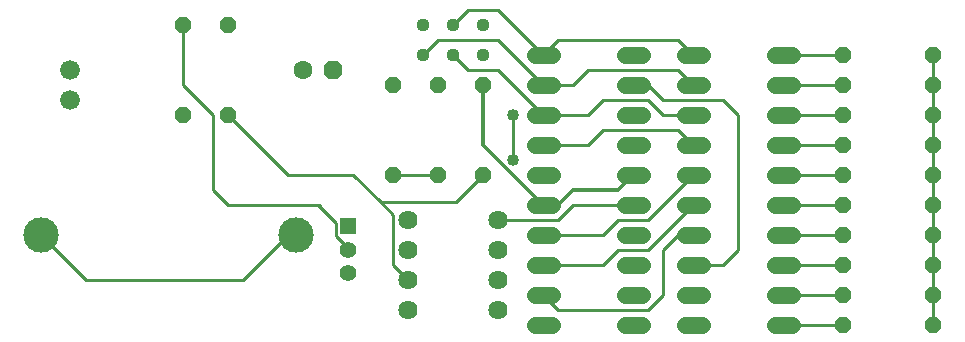
<source format=gtl>
G75*
%MOIN*%
%OFA0B0*%
%FSLAX25Y25*%
%IPPOS*%
%LPD*%
%AMOC8*
5,1,8,0,0,1.08239X$1,22.5*
%
%ADD10C,0.05600*%
%ADD11C,0.04400*%
%ADD12OC8,0.05600*%
%ADD13C,0.06400*%
%ADD14C,0.11811*%
%ADD15C,0.06600*%
%ADD16R,0.05550X0.05550*%
%ADD17C,0.05550*%
%ADD18OC8,0.06300*%
%ADD19C,0.06300*%
%ADD20C,0.01000*%
%ADD21C,0.01200*%
%ADD22C,0.04000*%
D10*
X0178600Y0011400D02*
X0184200Y0011400D01*
X0208600Y0011400D02*
X0214200Y0011400D01*
X0228600Y0011400D02*
X0234200Y0011400D01*
X0234200Y0021400D02*
X0228600Y0021400D01*
X0214200Y0021400D02*
X0208600Y0021400D01*
X0184200Y0021400D02*
X0178600Y0021400D01*
X0178600Y0031400D02*
X0184200Y0031400D01*
X0208600Y0031400D02*
X0214200Y0031400D01*
X0228600Y0031400D02*
X0234200Y0031400D01*
X0234200Y0041400D02*
X0228600Y0041400D01*
X0214200Y0041400D02*
X0208600Y0041400D01*
X0184200Y0041400D02*
X0178600Y0041400D01*
X0178600Y0051400D02*
X0184200Y0051400D01*
X0208600Y0051400D02*
X0214200Y0051400D01*
X0228600Y0051400D02*
X0234200Y0051400D01*
X0258600Y0051400D02*
X0264200Y0051400D01*
X0264200Y0041400D02*
X0258600Y0041400D01*
X0258600Y0031400D02*
X0264200Y0031400D01*
X0264200Y0021400D02*
X0258600Y0021400D01*
X0258600Y0011400D02*
X0264200Y0011400D01*
X0264200Y0061400D02*
X0258600Y0061400D01*
X0258600Y0071400D02*
X0264200Y0071400D01*
X0264200Y0081400D02*
X0258600Y0081400D01*
X0258600Y0091400D02*
X0264200Y0091400D01*
X0264200Y0101400D02*
X0258600Y0101400D01*
X0234200Y0101400D02*
X0228600Y0101400D01*
X0214200Y0101400D02*
X0208600Y0101400D01*
X0184200Y0101400D02*
X0178600Y0101400D01*
X0178600Y0091400D02*
X0184200Y0091400D01*
X0208600Y0091400D02*
X0214200Y0091400D01*
X0228600Y0091400D02*
X0234200Y0091400D01*
X0234200Y0081400D02*
X0228600Y0081400D01*
X0214200Y0081400D02*
X0208600Y0081400D01*
X0184200Y0081400D02*
X0178600Y0081400D01*
X0178600Y0071400D02*
X0184200Y0071400D01*
X0208600Y0071400D02*
X0214200Y0071400D01*
X0228600Y0071400D02*
X0234200Y0071400D01*
X0234200Y0061400D02*
X0228600Y0061400D01*
X0214200Y0061400D02*
X0208600Y0061400D01*
X0184200Y0061400D02*
X0178600Y0061400D01*
D11*
X0161400Y0101400D03*
X0151400Y0101400D03*
X0141400Y0101400D03*
X0141400Y0111400D03*
X0151400Y0111400D03*
X0161400Y0111400D03*
D12*
X0161400Y0091400D03*
X0146400Y0091400D03*
X0131400Y0091400D03*
X0076400Y0081400D03*
X0061400Y0081400D03*
X0131400Y0061400D03*
X0146400Y0061400D03*
X0161400Y0061400D03*
X0281400Y0061400D03*
X0281400Y0071400D03*
X0281400Y0081400D03*
X0281400Y0091400D03*
X0281400Y0101400D03*
X0311400Y0101400D03*
X0311400Y0091400D03*
X0311400Y0081400D03*
X0311400Y0071400D03*
X0311400Y0061400D03*
X0311400Y0051400D03*
X0311400Y0041400D03*
X0311400Y0031400D03*
X0311400Y0021400D03*
X0311400Y0011400D03*
X0281400Y0011400D03*
X0281400Y0021400D03*
X0281400Y0031400D03*
X0281400Y0041400D03*
X0281400Y0051400D03*
X0076400Y0111400D03*
X0061400Y0111400D03*
D13*
X0136400Y0046400D03*
X0136400Y0036400D03*
X0136400Y0026400D03*
X0136400Y0016400D03*
X0166400Y0016400D03*
X0166400Y0026400D03*
X0166400Y0036400D03*
X0166400Y0046400D03*
D14*
X0098920Y0041400D03*
X0013880Y0041400D03*
D15*
X0023526Y0086400D03*
X0023526Y0096400D03*
D16*
X0116400Y0044274D03*
D17*
X0116400Y0036400D03*
X0116400Y0028526D03*
D18*
X0111400Y0096400D03*
D19*
X0101400Y0096400D03*
D20*
X0081400Y0026400D02*
X0028880Y0026400D01*
X0013880Y0041400D01*
X0071400Y0056400D02*
X0076400Y0051400D01*
X0106400Y0051400D01*
X0112325Y0045475D01*
X0112325Y0040961D01*
X0116400Y0036886D01*
X0116400Y0036400D01*
X0131400Y0031400D02*
X0136400Y0026400D01*
X0131400Y0031400D02*
X0131400Y0048082D01*
X0127241Y0052241D01*
X0152241Y0052241D01*
X0161400Y0061400D01*
X0171400Y0066400D02*
X0171400Y0081400D01*
X0181400Y0081400D02*
X0166400Y0096400D01*
X0156400Y0096400D01*
X0151400Y0101400D01*
X0146400Y0106400D02*
X0141400Y0101400D01*
X0146400Y0106400D02*
X0166400Y0106400D01*
X0181400Y0091400D01*
X0191400Y0091400D01*
X0196400Y0096400D01*
X0226400Y0096400D01*
X0231400Y0091400D01*
X0221400Y0086400D02*
X0241400Y0086400D01*
X0246400Y0081400D01*
X0246400Y0036400D01*
X0241400Y0031400D01*
X0231400Y0031400D01*
X0221400Y0036400D02*
X0226400Y0041400D01*
X0231400Y0041400D01*
X0231400Y0051400D02*
X0216400Y0036400D01*
X0206400Y0036400D01*
X0201400Y0031400D01*
X0181400Y0031400D01*
X0181400Y0021400D02*
X0186400Y0016400D01*
X0216400Y0016400D01*
X0221400Y0021400D01*
X0221400Y0036400D01*
X0206400Y0046400D02*
X0201400Y0041400D01*
X0181400Y0041400D01*
X0186400Y0046400D02*
X0191400Y0051400D01*
X0211400Y0051400D01*
X0206400Y0046400D02*
X0216400Y0046400D01*
X0231400Y0061400D01*
X0231400Y0071400D02*
X0226400Y0076400D01*
X0201400Y0076400D01*
X0196400Y0071400D01*
X0181400Y0071400D01*
X0181400Y0081400D02*
X0196400Y0081400D01*
X0201400Y0086400D01*
X0216400Y0086400D01*
X0221400Y0081400D01*
X0231400Y0081400D01*
X0221400Y0086400D02*
X0216400Y0091400D01*
X0211400Y0091400D01*
X0226400Y0106400D02*
X0231400Y0101400D01*
X0226400Y0106400D02*
X0186400Y0106400D01*
X0181400Y0101400D01*
X0166400Y0116400D01*
X0156400Y0116400D01*
X0151400Y0111400D01*
X0096400Y0061400D02*
X0076400Y0081400D01*
X0071400Y0081400D02*
X0071400Y0056400D01*
X0096400Y0061400D02*
X0118082Y0061400D01*
X0127241Y0052241D01*
X0107002Y0051400D02*
X0106400Y0051400D01*
X0098920Y0041400D02*
X0096400Y0041400D01*
X0081400Y0026400D01*
X0166400Y0046400D02*
X0186400Y0046400D01*
X0181400Y0049233D02*
X0181400Y0051400D01*
X0146400Y0061400D02*
X0131400Y0061400D01*
X0071400Y0081400D02*
X0061400Y0091400D01*
X0061400Y0111400D01*
X0261400Y0101400D02*
X0281400Y0101400D01*
X0281400Y0091400D02*
X0261400Y0091400D01*
X0261400Y0081400D02*
X0281400Y0081400D01*
X0281400Y0071400D02*
X0261400Y0071400D01*
X0261400Y0061400D02*
X0281400Y0061400D01*
X0281400Y0051400D02*
X0261400Y0051400D01*
X0261400Y0041400D02*
X0281400Y0041400D01*
X0281400Y0031400D02*
X0261400Y0031400D01*
X0261400Y0021400D02*
X0281400Y0021400D01*
X0281400Y0011400D02*
X0261400Y0011400D01*
X0311400Y0011400D02*
X0311400Y0021400D01*
X0311400Y0031400D01*
X0311400Y0041400D01*
X0311400Y0051400D01*
X0311400Y0061400D01*
X0311400Y0071400D01*
X0311400Y0081400D01*
X0311400Y0091400D01*
X0311400Y0101400D01*
D21*
X0211400Y0061400D02*
X0206400Y0056400D01*
X0191400Y0056400D01*
X0186400Y0051400D01*
X0181400Y0051400D01*
X0161400Y0071400D01*
X0161400Y0091400D01*
D22*
X0171400Y0081400D03*
X0171400Y0066400D03*
M02*

</source>
